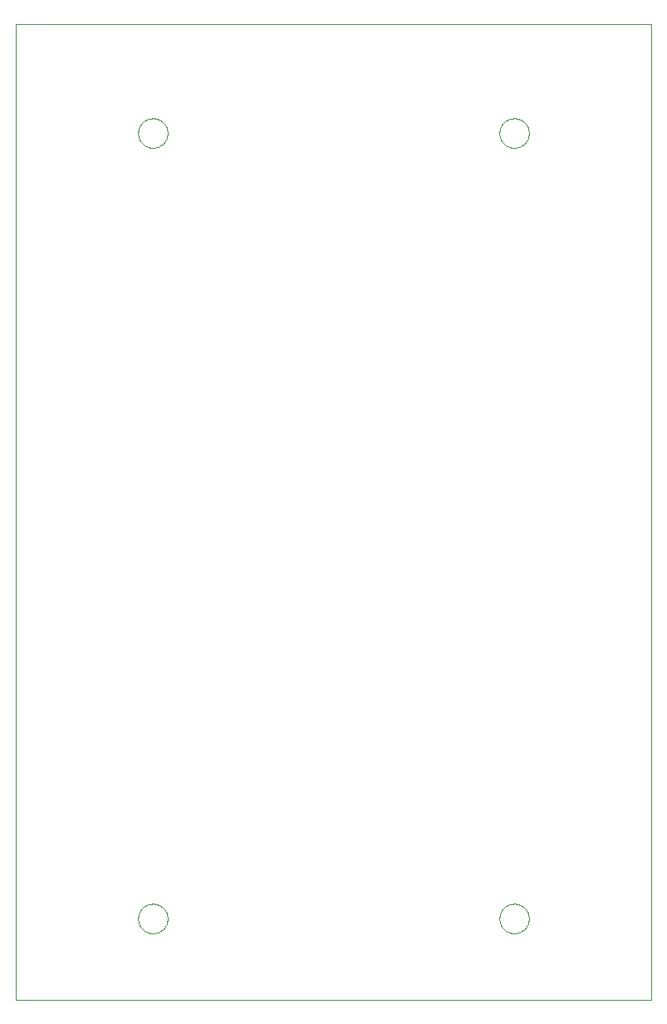
<source format=gto>
G75*
%MOIN*%
%OFA0B0*%
%FSLAX24Y24*%
%IPPOS*%
%LPD*%
%AMOC8*
5,1,8,0,0,1.08239X$1,22.5*
%
%ADD10C,0.0000*%
D10*
X000100Y000100D02*
X000100Y039220D01*
X025592Y039220D01*
X025592Y000100D01*
X000100Y000100D01*
X005009Y003350D02*
X005011Y003398D01*
X005017Y003446D01*
X005027Y003493D01*
X005040Y003539D01*
X005058Y003584D01*
X005078Y003628D01*
X005103Y003670D01*
X005131Y003709D01*
X005161Y003746D01*
X005195Y003780D01*
X005232Y003812D01*
X005270Y003841D01*
X005311Y003866D01*
X005354Y003888D01*
X005399Y003906D01*
X005445Y003920D01*
X005492Y003931D01*
X005540Y003938D01*
X005588Y003941D01*
X005636Y003940D01*
X005684Y003935D01*
X005732Y003926D01*
X005778Y003914D01*
X005823Y003897D01*
X005867Y003877D01*
X005909Y003854D01*
X005949Y003827D01*
X005987Y003797D01*
X006022Y003764D01*
X006054Y003728D01*
X006084Y003690D01*
X006110Y003649D01*
X006132Y003606D01*
X006152Y003562D01*
X006167Y003517D01*
X006179Y003470D01*
X006187Y003422D01*
X006191Y003374D01*
X006191Y003326D01*
X006187Y003278D01*
X006179Y003230D01*
X006167Y003183D01*
X006152Y003138D01*
X006132Y003094D01*
X006110Y003051D01*
X006084Y003010D01*
X006054Y002972D01*
X006022Y002936D01*
X005987Y002903D01*
X005949Y002873D01*
X005909Y002846D01*
X005867Y002823D01*
X005823Y002803D01*
X005778Y002786D01*
X005732Y002774D01*
X005684Y002765D01*
X005636Y002760D01*
X005588Y002759D01*
X005540Y002762D01*
X005492Y002769D01*
X005445Y002780D01*
X005399Y002794D01*
X005354Y002812D01*
X005311Y002834D01*
X005270Y002859D01*
X005232Y002888D01*
X005195Y002920D01*
X005161Y002954D01*
X005131Y002991D01*
X005103Y003030D01*
X005078Y003072D01*
X005058Y003116D01*
X005040Y003161D01*
X005027Y003207D01*
X005017Y003254D01*
X005011Y003302D01*
X005009Y003350D01*
X019509Y003350D02*
X019511Y003398D01*
X019517Y003446D01*
X019527Y003493D01*
X019540Y003539D01*
X019558Y003584D01*
X019578Y003628D01*
X019603Y003670D01*
X019631Y003709D01*
X019661Y003746D01*
X019695Y003780D01*
X019732Y003812D01*
X019770Y003841D01*
X019811Y003866D01*
X019854Y003888D01*
X019899Y003906D01*
X019945Y003920D01*
X019992Y003931D01*
X020040Y003938D01*
X020088Y003941D01*
X020136Y003940D01*
X020184Y003935D01*
X020232Y003926D01*
X020278Y003914D01*
X020323Y003897D01*
X020367Y003877D01*
X020409Y003854D01*
X020449Y003827D01*
X020487Y003797D01*
X020522Y003764D01*
X020554Y003728D01*
X020584Y003690D01*
X020610Y003649D01*
X020632Y003606D01*
X020652Y003562D01*
X020667Y003517D01*
X020679Y003470D01*
X020687Y003422D01*
X020691Y003374D01*
X020691Y003326D01*
X020687Y003278D01*
X020679Y003230D01*
X020667Y003183D01*
X020652Y003138D01*
X020632Y003094D01*
X020610Y003051D01*
X020584Y003010D01*
X020554Y002972D01*
X020522Y002936D01*
X020487Y002903D01*
X020449Y002873D01*
X020409Y002846D01*
X020367Y002823D01*
X020323Y002803D01*
X020278Y002786D01*
X020232Y002774D01*
X020184Y002765D01*
X020136Y002760D01*
X020088Y002759D01*
X020040Y002762D01*
X019992Y002769D01*
X019945Y002780D01*
X019899Y002794D01*
X019854Y002812D01*
X019811Y002834D01*
X019770Y002859D01*
X019732Y002888D01*
X019695Y002920D01*
X019661Y002954D01*
X019631Y002991D01*
X019603Y003030D01*
X019578Y003072D01*
X019558Y003116D01*
X019540Y003161D01*
X019527Y003207D01*
X019517Y003254D01*
X019511Y003302D01*
X019509Y003350D01*
X019509Y034850D02*
X019511Y034898D01*
X019517Y034946D01*
X019527Y034993D01*
X019540Y035039D01*
X019558Y035084D01*
X019578Y035128D01*
X019603Y035170D01*
X019631Y035209D01*
X019661Y035246D01*
X019695Y035280D01*
X019732Y035312D01*
X019770Y035341D01*
X019811Y035366D01*
X019854Y035388D01*
X019899Y035406D01*
X019945Y035420D01*
X019992Y035431D01*
X020040Y035438D01*
X020088Y035441D01*
X020136Y035440D01*
X020184Y035435D01*
X020232Y035426D01*
X020278Y035414D01*
X020323Y035397D01*
X020367Y035377D01*
X020409Y035354D01*
X020449Y035327D01*
X020487Y035297D01*
X020522Y035264D01*
X020554Y035228D01*
X020584Y035190D01*
X020610Y035149D01*
X020632Y035106D01*
X020652Y035062D01*
X020667Y035017D01*
X020679Y034970D01*
X020687Y034922D01*
X020691Y034874D01*
X020691Y034826D01*
X020687Y034778D01*
X020679Y034730D01*
X020667Y034683D01*
X020652Y034638D01*
X020632Y034594D01*
X020610Y034551D01*
X020584Y034510D01*
X020554Y034472D01*
X020522Y034436D01*
X020487Y034403D01*
X020449Y034373D01*
X020409Y034346D01*
X020367Y034323D01*
X020323Y034303D01*
X020278Y034286D01*
X020232Y034274D01*
X020184Y034265D01*
X020136Y034260D01*
X020088Y034259D01*
X020040Y034262D01*
X019992Y034269D01*
X019945Y034280D01*
X019899Y034294D01*
X019854Y034312D01*
X019811Y034334D01*
X019770Y034359D01*
X019732Y034388D01*
X019695Y034420D01*
X019661Y034454D01*
X019631Y034491D01*
X019603Y034530D01*
X019578Y034572D01*
X019558Y034616D01*
X019540Y034661D01*
X019527Y034707D01*
X019517Y034754D01*
X019511Y034802D01*
X019509Y034850D01*
X005009Y034850D02*
X005011Y034898D01*
X005017Y034946D01*
X005027Y034993D01*
X005040Y035039D01*
X005058Y035084D01*
X005078Y035128D01*
X005103Y035170D01*
X005131Y035209D01*
X005161Y035246D01*
X005195Y035280D01*
X005232Y035312D01*
X005270Y035341D01*
X005311Y035366D01*
X005354Y035388D01*
X005399Y035406D01*
X005445Y035420D01*
X005492Y035431D01*
X005540Y035438D01*
X005588Y035441D01*
X005636Y035440D01*
X005684Y035435D01*
X005732Y035426D01*
X005778Y035414D01*
X005823Y035397D01*
X005867Y035377D01*
X005909Y035354D01*
X005949Y035327D01*
X005987Y035297D01*
X006022Y035264D01*
X006054Y035228D01*
X006084Y035190D01*
X006110Y035149D01*
X006132Y035106D01*
X006152Y035062D01*
X006167Y035017D01*
X006179Y034970D01*
X006187Y034922D01*
X006191Y034874D01*
X006191Y034826D01*
X006187Y034778D01*
X006179Y034730D01*
X006167Y034683D01*
X006152Y034638D01*
X006132Y034594D01*
X006110Y034551D01*
X006084Y034510D01*
X006054Y034472D01*
X006022Y034436D01*
X005987Y034403D01*
X005949Y034373D01*
X005909Y034346D01*
X005867Y034323D01*
X005823Y034303D01*
X005778Y034286D01*
X005732Y034274D01*
X005684Y034265D01*
X005636Y034260D01*
X005588Y034259D01*
X005540Y034262D01*
X005492Y034269D01*
X005445Y034280D01*
X005399Y034294D01*
X005354Y034312D01*
X005311Y034334D01*
X005270Y034359D01*
X005232Y034388D01*
X005195Y034420D01*
X005161Y034454D01*
X005131Y034491D01*
X005103Y034530D01*
X005078Y034572D01*
X005058Y034616D01*
X005040Y034661D01*
X005027Y034707D01*
X005017Y034754D01*
X005011Y034802D01*
X005009Y034850D01*
M02*

</source>
